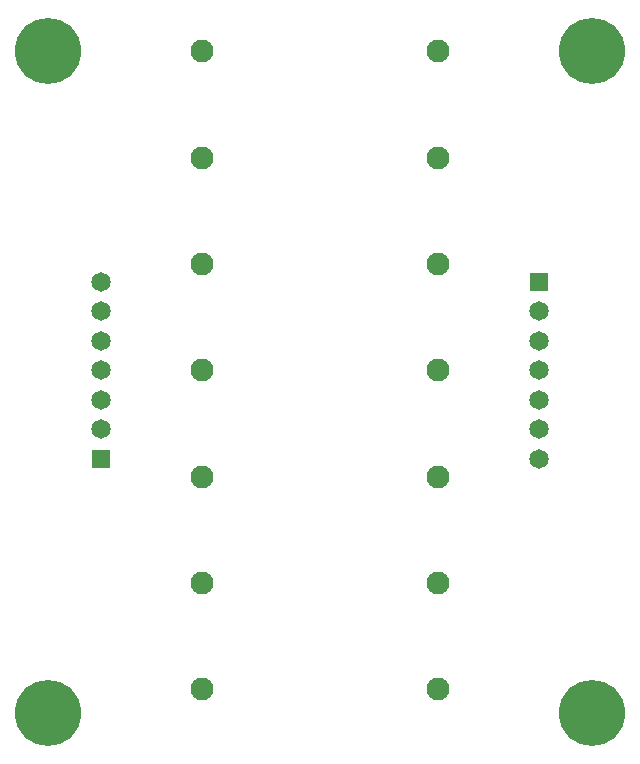
<source format=gts>
G04 #@! TF.GenerationSoftware,KiCad,Pcbnew,(6.0.9)*
G04 #@! TF.CreationDate,2023-02-13T08:52:12+09:00*
G04 #@! TF.ProjectId,AMS_Fuse,414d535f-4675-4736-952e-6b696361645f,rev?*
G04 #@! TF.SameCoordinates,Original*
G04 #@! TF.FileFunction,Soldermask,Top*
G04 #@! TF.FilePolarity,Negative*
%FSLAX46Y46*%
G04 Gerber Fmt 4.6, Leading zero omitted, Abs format (unit mm)*
G04 Created by KiCad (PCBNEW (6.0.9)) date 2023-02-13 08:52:12*
%MOMM*%
%LPD*%
G01*
G04 APERTURE LIST*
%ADD10C,5.600000*%
%ADD11C,1.950000*%
%ADD12R,1.650000X1.650000*%
%ADD13C,1.650000*%
G04 APERTURE END LIST*
D10*
G04 #@! TO.C,REF\u002A\u002A*
X115000000Y-125000000D03*
G04 #@! TD*
G04 #@! TO.C,REF\u002A\u002A*
X161000000Y-125000000D03*
G04 #@! TD*
G04 #@! TO.C,REF\u002A\u002A*
X161000000Y-69000000D03*
G04 #@! TD*
G04 #@! TO.C,REF\u002A\u002A*
X115000000Y-69000000D03*
G04 #@! TD*
D11*
G04 #@! TO.C,F6*
X128000000Y-114000000D03*
X148000000Y-114000000D03*
G04 #@! TD*
D12*
G04 #@! TO.C,J1*
X119450000Y-103500000D03*
D13*
X119450000Y-101000000D03*
X119450000Y-98500000D03*
X119450000Y-96000000D03*
X119450000Y-93500000D03*
X119450000Y-91000000D03*
X119450000Y-88500000D03*
G04 #@! TD*
D12*
G04 #@! TO.C,J2*
X156550000Y-88500000D03*
D13*
X156550000Y-91000000D03*
X156550000Y-93500000D03*
X156550000Y-96000000D03*
X156550000Y-98500000D03*
X156550000Y-101000000D03*
X156550000Y-103500000D03*
G04 #@! TD*
D11*
G04 #@! TO.C,F5*
X128000000Y-105000000D03*
X148000000Y-105000000D03*
G04 #@! TD*
G04 #@! TO.C,F1*
X128000000Y-69000000D03*
X148000000Y-69000000D03*
G04 #@! TD*
G04 #@! TO.C,F2*
X128000000Y-78000000D03*
X148000000Y-78000000D03*
G04 #@! TD*
G04 #@! TO.C,F3*
X128000000Y-87000000D03*
X148000000Y-87000000D03*
G04 #@! TD*
G04 #@! TO.C,F7*
X128000000Y-123000000D03*
X148000000Y-123000000D03*
G04 #@! TD*
G04 #@! TO.C,F4*
X128000000Y-96000000D03*
X148000000Y-96000000D03*
G04 #@! TD*
M02*

</source>
